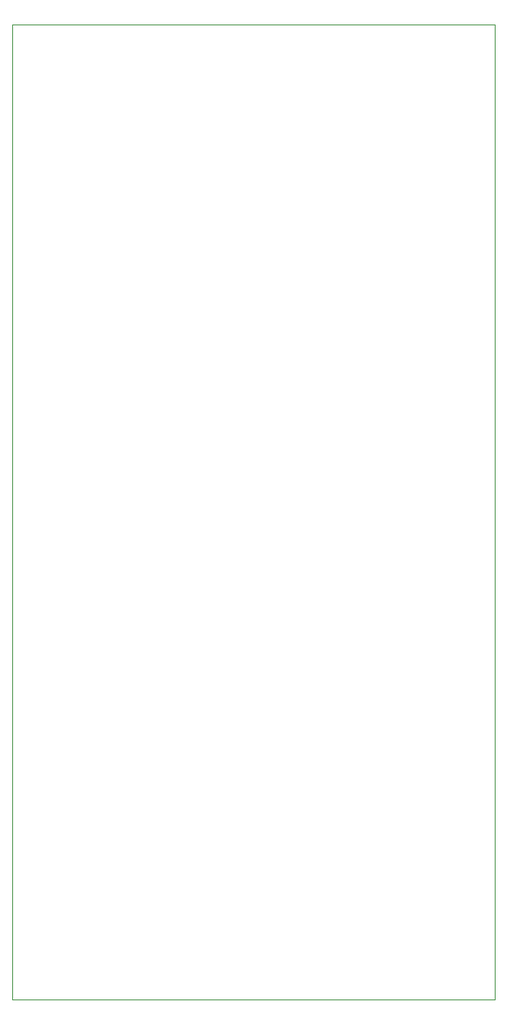
<source format=gbr>
%TF.GenerationSoftware,KiCad,Pcbnew,8.0.0*%
%TF.CreationDate,2024-08-29T00:26:00-07:00*%
%TF.ProjectId,veils_clone,7665696c-735f-4636-9c6f-6e652e6b6963,rev?*%
%TF.SameCoordinates,Original*%
%TF.FileFunction,Profile,NP*%
%FSLAX46Y46*%
G04 Gerber Fmt 4.6, Leading zero omitted, Abs format (unit mm)*
G04 Created by KiCad (PCBNEW 8.0.0) date 2024-08-29 00:26:00*
%MOMM*%
%LPD*%
G01*
G04 APERTURE LIST*
%TA.AperFunction,Profile*%
%ADD10C,0.050000*%
%TD*%
G04 APERTURE END LIST*
D10*
X65000000Y-49000000D02*
X115000000Y-49000000D01*
X115000000Y-150000000D01*
X65000000Y-150000000D01*
X65000000Y-49000000D01*
M02*

</source>
